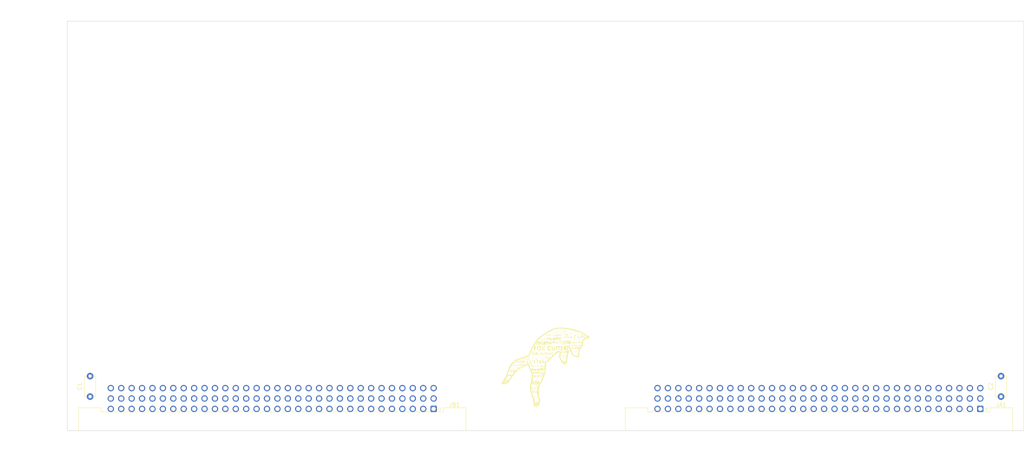
<source format=kicad_pcb>
(kicad_pcb (version 20211014) (generator pcbnew)
  (title_block (comment 1 "6U x 100mm Eurocard") (comment 2 "IEC 60603-2"))
  (layers (0 "F.Cu" signal) (31 "B.Cu" signal) (34 "B.Paste" user) (35 "F.Paste" user) (36 "B.SilkS" user "B.Silkscreen") (37 "F.SilkS" user "F.Silkscreen") (38 "B.Mask" user) (39 "F.Mask" user) (44 "Edge.Cuts" user))
  (net 0 "")
  (net 1 "VCC")
  (net 2 "GND")
  (net 3 "D0")
  (net 4 "D1")
  (net 5 "D2")
  (net 6 "D3")
  (net 7 "D4")
  (net 8 "D5")
  (net 9 "D6")
  (net 10 "D7")
  (net 11 "D8")
  (net 12 "D9")
  (net 13 "D10")
  (net 14 "D11")
  (net 15 "D12")
  (net 16 "D13")
  (net 17 "D14")
  (net 18 "D15")
  (net 19 "D16")
  (net 20 "D17")
  (net 21 "D18")
  (net 22 "D19")
  (net 23 "D20")
  (net 24 "D21")
  (net 25 "D22")
  (net 26 "D23")
  (net 27 "D24")
  (net 28 "D25")
  (net 29 "PCHK#")
  (net 30 "DP3")
  (net 31 "DP2")
  (net 32 "DP1")
  (net 33 "DP0")
  (net 34 "FLUSH#")
  (net 35 "AHOLD")
  (net 36 "EADS#")
  (net 37 "PWT")
  (net 38 "PCD")
  (net 39 "IRQ0")
  (net 40 "IRQ6")
  (net 41 "IRQ7")
  (net 42 "D26")
  (net 43 "D27")
  (net 44 "D28")
  (net 45 "D29")
  (net 46 "D30")
  (net 47 "D31")
  (net 48 "CLK")
  (net 49 "RESET")
  (net 50 "KEN#")
  (net 51 "BE0#")
  (net 52 "BE1#")
  (net 53 "BE2#")
  (net 54 "BE3#")
  (net 55 "BLE#")
  (net 56 "BHE#")
  (net 57 "INTA#")
  (net 58 "HALT#")
  (net 59 "IO_RD#")
  (net 60 "IO_WR#")
  (net 61 "MEM_RD#")
  (net 62 "MEM_WR#")
  (net 63 "MEM#")
  (net 64 "IO#")
  (net 65 "IRQ1")
  (net 66 "IRQ2")
  (net 67 "IRQ3")
  (net 68 "A0")
  (net 69 "A1")
  (net 70 "A2")
  (net 71 "A3")
  (net 72 "A4")
  (net 73 "A5")
  (net 74 "A6")
  (net 75 "A7")
  (net 76 "A8")
  (net 77 "A9")
  (net 78 "A10")
  (net 79 "A11")
  (net 80 "A12")
  (net 81 "A13")
  (net 82 "A14")
  (net 83 "A15")
  (net 84 "A16")
  (net 85 "A17")
  (net 86 "A18")
  (net 87 "A19")
  (net 88 "A20")
  (net 89 "A21")
  (net 90 "A22")
  (net 91 "A23")
  (net 92 "A24")
  (net 93 "A25")
  (net 94 "PWR_OK")
  (net 95 "TCK")
  (net 96 "TDI")
  (net 97 "TDO")
  (net 98 "TMS")
  (net 99 "SRESET")
  (net 100 "SMI#")
  (net 101 "SMIACT#")
  (net 102 "STPCLK#")
  (net 103 "UP#")
  (net 104 "INV")
  (net 105 "HITM#")
  (net 106 "CACHE#")
  (net 107 "WB{slash}WT#")
  (net 108 "A26")
  (net 109 "A27")
  (net 110 "A28")
  (net 111 "A29")
  (net 112 "A30")
  (net 113 "A31")
  (net 114 "M{slash}IO#")
  (net 115 "D{slash}C#")
  (net 116 "W{slash}R#")
  (net 117 "ADS#")
  (net 118 "ADS")
  (net 119 "BLAST#")
  (net 120 "LOCK#")
  (net 121 "PLOCK#")
  (net 122 "RDY#")
  (net 123 "BRDY#")
  (net 124 "INTR")
  (net 125 "NMI")
  (net 126 "HOLD")
  (net 127 "HLDA")
  (net 128 "BREQ")
  (net 129 "BOFF#")
  (net 130 "BS8#")
  (net 131 "BS16#")
  (net 132 "IRQ4")
  (net 133 "IRQ5")
  (net 134 "A_b14")
  (net 135 "A_b15")
  (net 136 "A_b16")
  (net 137 "A_b17")
  (net 138 "A_b18")
  (net 139 "A_b19")
  (net 140 "A_b20")
  (net 141 "A_b21")
  (net 142 "A_b23")
  (net 143 "A_b24")
  (net 144 "A_b25")
  (net 145 "A_b26")
  (net 146 "A_b27")
  (net 147 "A_b28")
  (net 148 "A_b29")
  (net 149 "A_b30")
  (net 150 "A_b31")
  (net 151 "B_b16")
  (net 152 "B_b17")
  (net 153 "B_b18")
  (net 154 "B_b19")
  (net 155 "B_b20")
  (net 156 "B_b22")
  (net 157 "B_b23")
  (net 158 "B_b24")
  (net 159 "B_b25")
  (net 160 "B_b26")
  (net 161 "B_b27")
  (net 162 "B_b28")
  (net 163 "B_b29")
  (net 164 "B_b30")
  (footprint "Connector_DIN:DIN41612_R_3x32_Male_Horizontal_THT" (layer "F.Cu") (at 116.37 144.7 180)
    (fp_text reference "JB1" (at -5.08 1) (layer "F.SilkS"))
    (fp_text value "DIN41612_03x32_ABC")
    (pad "" np_thru_hole circle (at -5.08 -2.54 180) (size 2.85 2.85) (drill 2.85) (layers *.Cu *.Mask))
    (pad "" np_thru_hole circle (at 83.82 -2.54 180) (size 2.85 2.85) (drill 2.85) (layers *.Cu *.Mask))
    (pad "a1" thru_hole roundrect (at 0 0 180) (size 1.55 1.55) (drill 1) (layers *.Cu *.Mask) (roundrect_rratio 0.16129) (net 2 "GND"))
    (pad "a2" thru_hole circle (at 2.54 0 180) (size 1.55 1.55) (drill 1) (layers *.Cu *.Mask) (net 3 "D0"))
    (pad "a3" thru_hole circle (at 5.08 0 180) (size 1.55 1.55) (drill 1) (layers *.Cu *.Mask) (net 4 "D1"))
    (pad "a4" thru_hole circle (at 7.62 0 180) (size 1.55 1.55) (drill 1) (layers *.Cu *.Mask) (net 5 "D2"))
    (pad "a5" thru_hole circle (at 10.16 0 180) (size 1.55 1.55) (drill 1) (layers *.Cu *.Mask) (net 6 "D3"))
    (pad "a6" thru_hole circle (at 12.7 0 180) (size 1.55 1.55) (drill 1) (layers *.Cu *.Mask) (net 7 "D4"))
    (pad "a7" thru_hole circle (at 15.24 0 180) (size 1.55 1.55) (drill 1) (layers *.Cu *.Mask) (net 8 "D5"))
    (pad "a8" thru_hole circle (at 17.78 0 180) (size 1.55 1.55) (drill 1) (layers *.Cu *.Mask) (net 9 "D6"))
    (pad "a9" thru_hole circle (at 20.32 0 180) (size 1.55 1.55) (drill 1) (layers *.Cu *.Mask) (net 10 "D7"))
    (pad "a10" thru_hole circle (at 22.86 0 180) (size 1.55 1.55) (drill 1) (layers *.Cu *.Mask) (net 11 "D8"))
    (pad "a11" thru_hole circle (at 25.4 0 180) (size 1.55 1.55) (drill 1) (layers *.Cu *.Mask) (net 2 "GND"))
    (pad "a12" thru_hole circle (at 27.94 0 180) (size 1.55 1.55) (drill 1) (layers *.Cu *.Mask) (net 12 "D9"))
    (pad "a13" thru_hole circle (at 30.48 0 180) (size 1.55 1.55) (drill 1) (layers *.Cu *.Mask) (net 13 "D10"))
    (pad "a14" thru_hole circle (at 33.02 0 180) (size 1.55 1.55) (drill 1) (layers *.Cu *.Mask) (net 14 "D11"))
    (pad "a15" thru_hole circle (at 35.56 0 180) (size 1.55 1.55) (drill 1) (layers *.Cu *.Mask) (net 15 "D12"))
    (pad "a16" thru_hole circle (at 38.1 0 180) (size 1.55 1.55) (drill 1) (layers *.Cu *.Mask) (net 16 "D13"))
    (pad "a17" thru_hole circle (at 40.64 0 180) (size 1.55 1.55) (drill 1) (layers *.Cu *.Mask) (net 17 "D14"))
    (pad "a18" thru_hole circle (at 43.18 0 180) (size 1.55 1.55) (drill 1) (layers *.Cu *.Mask) (net 18 "D15"))
    (pad "a19" thru_hole circle (at 45.72 0 180) (size 1.55 1.55) (drill 1) (layers *.Cu *.Mask) (net 19 "D16"))
    (pad "a20" thru_hole circle (at 48.26 0 180) (size 1.55 1.55) (drill 1) (layers *.Cu *.Mask) (net 20 "D17"))
    (pad "a21" thru_hole circle (at 50.8 0 180) (size 1.55 1.55) (drill 1) (layers *.Cu *.Mask) (net 2 "GND"))
    (pad "a22" thru_hole circle (at 53.34 0 180) (size 1.55 1.55) (drill 1) (layers *.Cu *.Mask) (net 21 "D18"))
    (pad "a23" thru_hole circle (at 55.88 0 180) (size 1.55 1.55) (drill 1) (layers *.Cu *.Mask) (net 22 "D19"))
    (pad "a24" thru_hole circle (at 58.42 0 180) (size 1.55 1.55) (drill 1) (layers *.Cu *.Mask) (net 23 "D20"))
    (pad "a25" thru_hole circle (at 60.96 0 180) (size 1.55 1.55) (drill 1) (layers *.Cu *.Mask) (net 24 "D21"))
    (pad "a26" thru_hole circle (at 63.5 0 180) (size 1.55 1.55) (drill 1) (layers *.Cu *.Mask) (net 25 "D22"))
    (pad "a27" thru_hole circle (at 66.04 0 180) (size 1.55 1.55) (drill 1) (layers *.Cu *.Mask) (net 26 "D23"))
    (pad "a28" thru_hole circle (at 68.58 0 180) (size 1.55 1.55) (drill 1) (layers *.Cu *.Mask) (net 27 "D24"))
    (pad "a29" thru_hole circle (at 71.12 0 180) (size 1.55 1.55) (drill 1) (layers *.Cu *.Mask) (net 28 "D25"))
    (pad "a30" thru_hole circle (at 73.66 0 180) (size 1.55 1.55) (drill 1) (layers *.Cu *.Mask) (net 42 "D26"))
    (pad "a31" thru_hole circle (at 76.2 0 180) (size 1.55 1.55) (drill 1) (layers *.Cu *.Mask) (net 2 "GND"))
    (pad "a32" thru_hole circle (at 78.74 0 180) (size 1.55 1.55) (drill 1) (layers *.Cu *.Mask) (net 1 "VCC"))
    (pad "b1" thru_hole circle (at 0 2.54 180) (size 1.55 1.55) (drill 1) (layers *.Cu *.Mask) (net 2 "GND"))
    (pad "b2" thru_hole circle (at 2.54 2.54 180) (size 1.55 1.55) (drill 1) (layers *.Cu *.Mask) (net 95 "TCK"))
    (pad "b3" thru_hole circle (at 5.08 2.54 180) (size 1.55 1.55) (drill 1) (layers *.Cu *.Mask) (net 96 "TDI"))
    (pad "b4" thru_hole circle (at 7.62 2.54 180) (size 1.55 1.55) (drill 1) (layers *.Cu *.Mask) (net 97 "TDO"))
    (pad "b5" thru_hole circle (at 10.16 2.54 180) (size 1.55 1.55) (drill 1) (layers *.Cu *.Mask) (net 98 "TMS"))
    (pad "b6" thru_hole circle (at 12.7 2.54 180) (size 1.55 1.55) (drill 1) (layers *.Cu *.Mask) (net 99 "SRESET"))
    (pad "b7" thru_hole circle (at 15.24 2.54 180) (size 1.55 1.55) (drill 1) (layers *.Cu *.Mask) (net 100 "SMI#"))
    (pad "b8" thru_hole circle (at 17.78 2.54 180) (size 1.55 1.55) (drill 1) (layers *.Cu *.Mask) (net 101 "SMIACT#"))
    (pad "b9" thru_hole circle (at 20.32 2.54 180) (size 1.55 1.55) (drill 1) (layers *.Cu *.Mask) (net 102 "STPCLK#"))
    (pad "b10" thru_hole circle (at 22.86 2.54 180) (size 1.55 1.55) (drill 1) (layers *.Cu *.Mask) (net 103 "UP#"))
    (pad "b11" thru_hole circle (at 25.4 2.54 180) (size 1.55 1.55) (drill 1) (layers *.Cu *.Mask) (net 2 "GND"))
    (pad "b12" thru_hole circle (at 27.94 2.54 180) (size 1.55 1.55) (drill 1) (layers *.Cu *.Mask) (net 104 "INV"))
    (pad "b13" thru_hole circle (at 30.48 2.54 180) (size 1.55 1.55) (drill 1) (layers *.Cu *.Mask) (net 105 "HITM#"))
    (pad "b14" thru_hole circle (at 33.02 2.54 180) (size 1.55 1.55) (drill 1) (layers *.Cu *.Mask) (net 106 "CACHE#"))
    (pad "b15" thru_hole circle (at 35.56 2.54 180) (size 1.55 1.55) (drill 1) (layers *.Cu *.Mask) (net 107 "WB{slash}WT#"))
    (pad "b16" thru_hole circle (at 38.1 2.54 180) (size 1.55 1.55) (drill 1) (layers *.Cu *.Mask) (net 151 "B_b16"))
    (pad "b17" thru_hole circle (at 40.64 2.54 180) (size 1.55 1.55) (drill 1) (layers *.Cu *.Mask) (net 152 "B_b17"))
    (pad "b18" thru_hole circle (at 43.18 2.54 180) (size 1.55 1.55) (drill 1) (layers *.Cu *.Mask) (net 153 "B_b18"))
    (pad "b19" thru_hole circle (at 45.72 2.54 180) (size 1.55 1.55) (drill 1) (layers *.Cu *.Mask) (net 154 "B_b19"))
    (pad "b20" thru_hole circle (at 48.26 2.54 180) (size 1.55 1.55) (drill 1) (layers *.Cu *.Mask) (net 155 "B_b20"))
    (pad "b21" thru_hole circle (at 50.8 2.54 180) (size 1.55 1.55) (drill 1) (layers *.Cu *.Mask) (net 2 "GND"))
    (pad "b22" thru_hole circle (at 53.34 2.54 180) (size 1.55 1.55) (drill 1) (layers *.Cu *.Mask) (net 156 "B_b22"))
    (pad "b23" thru_hole circle (at 55.88 2.54 180) (size 1.55 1.55) (drill 1) (layers *.Cu *.Mask) (net 157 "B_b23"))
    (pad "b24" thru_hole circle (at 58.42 2.54 180) (size 1.55 1.55) (drill 1) (layers *.Cu *.Mask) (net 158 "B_b24"))
    (pad "b25" thru_hole circle (at 60.96 2.54 180) (size 1.55 1.55) (drill 1) (layers *.Cu *.Mask) (net 159 "B_b25"))
    (pad "b26" thru_hole circle (at 63.5 2.54 180) (size 1.55 1.55) (drill 1) (layers *.Cu *.Mask) (net 160 "B_b26"))
    (pad "b27" thru_hole circle (at 66.04 2.54 180) (size 1.55 1.55) (drill 1) (layers *.Cu *.Mask) (net 161 "B_b27"))
    (pad "b28" thru_hole circle (at 68.58 2.54 180) (size 1.55 1.55) (drill 1) (layers *.Cu *.Mask) (net 162 "B_b28"))
    (pad "b29" thru_hole circle (at 71.12 2.54 180) (size 1.55 1.55) (drill 1) (layers *.Cu *.Mask) (net 163 "B_b29"))
    (pad "b30" thru_hole circle (at 73.66 2.54 180) (size 1.55 1.55) (drill 1) (layers *.Cu *.Mask) (net 164 "B_b30"))
    (pad "b31" thru_hole circle (at 76.2 2.54 180) (size 1.55 1.55) (drill 1) (layers *.Cu *.Mask) (net 2 "GND"))
    (pad "b32" thru_hole circle (at 78.74 2.54 180) (size 1.55 1.55) (drill 1) (layers *.Cu *.Mask) (net 1 "VCC"))
    (pad "c1" thru_hole circle (at 0 5.08 180) (size 1.55 1.55) (drill 1) (layers *.Cu *.Mask) (net 2 "GND"))
    (pad "c2" thru_hole circle (at 2.54 5.08 180) (size 1.55 1.55) (drill 1) (layers *.Cu *.Mask) (net 43 "D27"))
    (pad "c3" thru_hole circle (at 5.08 5.08 180) (size 1.55 1.55) (drill 1) (layers *.Cu *.Mask) (net 44 "D28"))
    (pad "c4" thru_hole circle (at 7.62 5.08 180) (size 1.55 1.55) (drill 1) (layers *.Cu *.Mask) (net 45 "D29"))
    (pad "c5" thru_hole circle (at 10.16 5.08 180) (size 1.55 1.55) (drill 1) (layers *.Cu *.Mask) (net 46 "D30"))
    (pad "c6" thru_hole circle (at 12.7 5.08 180) (size 1.55 1.55) (drill 1) (layers *.Cu *.Mask) (net 47 "D31"))
    (pad "c7" thru_hole circle (at 15.24 5.08 180) (size 1.55 1.55) (drill 1) (layers *.Cu *.Mask) (net 48 "CLK"))
    (pad "c8" thru_hole circle (at 17.78 5.08 180) (size 1.55 1.55) (drill 1) (layers *.Cu *.Mask) (net 49 "RESET"))
    (pad "c9" thru_hole circle (at 20.32 5.08 180) (size 1.55 1.55) (drill 1) (layers *.Cu *.Mask) (net 50 "KEN#"))
    (pad "c10" thru_hole circle (at 22.86 5.08 180) (size 1.55 1.55) (drill 1) (layers *.Cu *.Mask) (net 126 "HOLD"))
    (pad "c11" thru_hole circle (at 25.4 5.08 180) (size 1.55 1.55) (drill 1) (layers *.Cu *.Mask) (net 2 "GND"))
    (pad "c12" thru_hole circle (at 27.94 5.08 180) (size 1.55 1.55) (drill 1) (layers *.Cu *.Mask) (net 127 "HLDA"))
    (pad "c13" thru_hole circle (at 30.48 5.08 180) (size 1.55 1.55) (drill 1) (layers *.Cu *.Mask) (net 51 "BE0#"))
    (pad "c14" thru_hole circle (at 33.02 5.08 180) (size 1.55 1.55) (drill 1) (layers *.Cu *.Mask) (net 52 "BE1#"))
    (pad "c15" thru_hole circle (at 35.56 5.08 180) (size 1.55 1.55) (drill 1) (layers *.Cu *.Mask) (net 53 "BE2#"))
    (pad "c16" thru_hole circle (at 38.1 5.08 180) (size 1.55 1.55) (drill 1) (layers *.Cu *.Mask) (net 54 "BE3#"))
    (pad "c17" thru_hole circle (at 40.64 5.08 180) (size 1.55 1.55) (drill 1) (layers *.Cu *.Mask) (net 55 "BLE#"))
    (pad "c18" thru_hole circle (at 43.18 5.08 180) (size 1.55 1.55) (drill 1) (layers *.Cu *.Mask) (net 56 "BHE#"))
    (pad "c19" thru_hole circle (at 45.72 5.08 180) (size 1.55 1.55) (drill 1) (layers *.Cu *.Mask) (net 130 "BS8#"))
    (pad "c20" thru_hole circle (at 48.26 5.08 180) (size 1.55 1.55) (drill 1) (layers *.Cu *.Mask) (net 131 "BS16#"))
    (pad "c21" thru_hole circle (at 50.8 5.08 180) (size 1.55 1.55) (drill 1) (layers *.Cu *.Mask) (net 2 "GND"))
    (pad "c22" thru_hole circle (at 53.34 5.08 180) (size 1.55 1.55) (drill 1) (layers *.Cu *.Mask) (net 57 "INTA#"))
    (pad "c23" thru_hole circle (at 55.88 5.08 180) (size 1.55 1.55) (drill 1) (layers *.Cu *.Mask) (net 58 "HALT#"))
    (pad "c24" thru_hole circle (at 58.42 5.08 180) (size 1.55 1.55) (drill 1) (layers *.Cu *.Mask) (net 59 "IO_RD#"))
    (pad "c25" thru_hole circle (at 60.96 5.08 180) (size 1.55 1.55) (drill 1) (layers *.Cu *.Mask) (net 60 "IO_WR#"))
    (pad "c26" thru_hole circle (at 63.5 5.08 180) (size 1.55 1.55) (drill 1) (layers *.Cu *.Mask) (net 61 "MEM_RD#"))
    (pad "c27" thru_hole circle (at 66.04 5.08 180) (size 1.55 1.55) (drill 1) (layers *.Cu *.Mask) (net 62 "MEM_WR#"))
    (pad "c28" thru_hole circle (at 68.58 5.08 180) (size 1.55 1.55) (drill 1) (layers *.Cu *.Mask) (net 63 "MEM#"))
    (pad "c29" thru_hole circle (at 71.12 5.08 180) (size 1.55 1.55) (drill 1) (layers *.Cu *.Mask) (net 64 "IO#"))
    (pad "c30" thru_hole circle (at 73.66 5.08 180) (size 1.55 1.55) (drill 1) (layers *.Cu *.Mask) (net 94 "PWR_OK"))
    (pad "c31" thru_hole circle (at 76.2 5.08 180) (size 1.55 1.55) (drill 1) (layers *.Cu *.Mask) (net 2 "GND"))
    (pad "c32" thru_hole circle (at 78.74 5.08 180) (size 1.55 1.55) (drill 1) (layers *.Cu *.Mask) (net 1 "VCC"))
  )
  (footprint "MountingHole:MountingHole_2.7mm_M2.5_ISO7380" (layer "F.Cu") (at 165.9 53.57)
    (fp_text reference "REF3" hide)
    (fp_text value "MountingHole_2.7mm_M2.5_ISO7380" hide)
    (pad "" np_thru_hole circle (at 0 0) (size 2.7 2.7) (drill 2.7) (layers *.Cu *.Mask))
  )
  (footprint "Connector_DIN:DIN41612_R_3x32_Male_Horizontal_THT" (layer "F.Cu") (at 249.72 144.7 180)
    (fp_text reference "JA1" (at -5.08 1) (layer "F.SilkS"))
    (fp_text value "DIN41612_03x32_ABC")
    (pad "" np_thru_hole circle (at -5.08 -2.54 180) (size 2.85 2.85) (drill 2.85) (layers *.Cu *.Mask))
    (pad "" np_thru_hole circle (at 83.82 -2.54 180) (size 2.85 2.85) (drill 2.85) (layers *.Cu *.Mask))
    (pad "a1" thru_hole roundrect (at 0 0 180) (size 1.55 1.55) (drill 1) (layers *.Cu *.Mask) (roundrect_rratio 0.16129) (net 1 "VCC"))
    (pad "a2" thru_hole circle (at 2.54 0 180) (size 1.55 1.55) (drill 1) (layers *.Cu *.Mask) (net 2 "GND"))
    (pad "a3" thru_hole circle (at 5.08 0 180) (size 1.55 1.55) (drill 1) (layers *.Cu *.Mask) (net 68 "A0"))
    (pad "a4" thru_hole circle (at 7.62 0 180) (size 1.55 1.55) (drill 1) (layers *.Cu *.Mask) (net 69 "A1"))
    (pad "a5" thru_hole circle (at 10.16 0 180) (size 1.55 1.55) (drill 1) (layers *.Cu *.Mask) (net 70 "A2"))
    (pad "a6" thru_hole circle (at 12.7 0 180) (size 1.55 1.55) (drill 1) (layers *.Cu *.Mask) (net 71 "A3"))
    (pad "a7" thru_hole circle (at 15.24 0 180) (size 1.55 1.55) (drill 1) (layers *.Cu *.Mask) (net 72 "A4"))
    (pad "a8" thru_hole circle (at 17.78 0 180) (size 1.55 1.55) (drill 1) (layers *.Cu *.Mask) (net 73 "A5"))
    (pad "a9" thru_hole circle (at 20.32 0 180) (size 1.55 1.55) (drill 1) (layers *.Cu *.Mask) (net 74 "A6"))
    (pad "a10" thru_hole circle (at 22.86 0 180) (size 1.55 1.55) (drill 1) (layers *.Cu *.Mask) (net 75 "A7"))
    (pad "a11" thru_hole circle (at 25.4 0 180) (size 1.55 1.55) (drill 1) (layers *.Cu *.Mask) (net 76 "A8"))
    (pad "a12" thru_hole circle (at 27.94 0 180) (size 1.55 1.55) (drill 1) (layers *.Cu *.Mask) (net 2 "GND"))
    (pad "a13" thru_hole circle (at 30.48 0 180) (size 1.55 1.55) (drill 1) (layers *.Cu *.Mask) (net 77 "A9"))
    (pad "a14" thru_hole circle (at 33.02 0 180) (size 1.55 1.55) (drill 1) (layers *.Cu *.Mask) (net 78 "A10"))
    (pad "a15" thru_hole circle (at 35.56 0 180) (size 1.55 1.55) (drill 1) (layers *.Cu *.Mask) (net 79 "A11"))
    (pad "a16" thru_hole circle (at 38.1 0 180) (size 1.55 1.55) (drill 1) (layers *.Cu *.Mask) (net 80 "A12"))
    (pad "a17" thru_hole circle (at 40.64 0 180) (size 1.55 1.55) (drill 1) (layers *.Cu *.Mask) (net 81 "A13"))
    (pad "a18" thru_hole circle (at 43.18 0 180) (size 1.55 1.55) (drill 1) (layers *.Cu *.Mask) (net 82 "A14"))
    (pad "a19" thru_hole circle (at 45.72 0 180) (size 1.55 1.55) (drill 1) (layers *.Cu *.Mask) (net 83 "A15"))
    (pad "a20" thru_hole circle (at 48.26 0 180) (size 1.55 1.55) (drill 1) (layers *.Cu *.Mask) (net 84 "A16"))
    (pad "a21" thru_hole circle (at 50.8 0 180) (size 1.55 1.55) (drill 1) (layers *.Cu *.Mask) (net 85 "A17"))
    (pad "a22" thru_hole circle (at 53.34 0 180) (size 1.55 1.55) (drill 1) (layers *.Cu *.Mask) (net 2 "GND"))
    (pad "a23" thru_hole circle (at 55.88 0 180) (size 1.55 1.55) (drill 1) (layers *.Cu *.Mask) (net 86 "A18"))
    (pad "a24" thru_hole circle (at 58.42 0 180) (size 1.55 1.55) (drill 1) (layers *.Cu *.Mask) (net 87 "A19"))
    (pad "a25" thru_hole circle (at 60.96 0 180) (size 1.55 1.55) (drill 1) (layers *.Cu *.Mask) (net 88 "A20"))
    (pad "a26" thru_hole circle (at 63.5 0 180) (size 1.55 1.55) (drill 1) (layers *.Cu *.Mask) (net 89 "A21"))
    (pad "a27" thru_hole circle (at 66.04 0 180) (size 1.55 1.55) (drill 1) (layers *.Cu *.Mask) (net 90 "A22"))
    (pad "a28" thru_hole circle (at 68.58 0 180) (size 1.55 1.55) (drill 1) (layers *.Cu *.Mask) (net 91 "A23"))
    (pad "a29" thru_hole circle (at 71.12 0 180) (size 1.55 1.55) (drill 1) (layers *.Cu *.Mask) (net 92 "A24"))
    (pad "a30" thru_hole circle (at 73.66 0 180) (size 1.55 1.55) (drill 1) (layers *.Cu *.Mask) (net 93 "A25"))
    (pad "a31" thru_hole circle (at 76.2 0 180) (size 1.55 1.55) (drill 1) (layers *.Cu *.Mask) (net 108 "A26"))
    (pad "a32" thru_hole circle (at 78.74 0 180) (size 1.55 1.55) (drill 1) (layers *.Cu *.Mask) (net 2 "GND"))
    (pad "b1" thru_hole circle (at 0 2.54 180) (size 1.55 1.55) (drill 1) (layers *.Cu *.Mask) (net 1 "VCC"))
    (pad "b2" thru_hole circle (at 2.54 2.54 180) (size 1.55 1.55) (drill 1) (layers *.Cu *.Mask) (net 2 "GND"))
    (pad "b3" thru_hole circle (at 5.08 2.54 180) (size 1.55 1.55) (drill 1) (layers *.Cu *.Mask) (net 33 "DP0"))
    (pad "b4" thru_hole circle (at 7.62 2.54 180) (size 1.55 1.55) (drill 1) (layers *.Cu *.Mask) (net 32 "DP1"))
    (pad "b5" thru_hole circle (at 10.16 2.54 180) (size 1.55 1.55) (drill 1) (layers *.Cu *.Mask) (net 31 "DP2"))
    (pad "b6" thru_hole circle (at 12.7 2.54 180) (size 1.55 1.55) (drill 1) (layers *.Cu *.Mask) (net 30 "DP3"))
    (pad "b7" thru_hole circle (at 15.24 2.54 180) (size 1.55 1.55) (drill 1) (layers *.Cu *.Mask) (net 29 "PCHK#"))
    (pad "b8" thru_hole circle (at 17.78 2.54 180) (size 1.55 1.55) (drill 1) (layers *.Cu *.Mask) (net 34 "FLUSH#"))
    (pad "b9" thru_hole circle (at 20.32 2.54 180) (size 1.55 1.55) (drill 1) (layers *.Cu *.Mask) (net 35 "AHOLD"))
    (pad "b10" thru_hole circle (at 22.86 2.54 180) (size 1.55 1.55) (drill 1) (layers *.Cu *.Mask) (net 36 "EADS#"))
    (pad "b11" thru_hole circle (at 25.4 2.54 180) (size 1.55 1.55) (drill 1) (layers *.Cu *.Mask) (net 37 "PWT"))
    (pad "b12" thru_hole circle (at 27.94 2.54 180) (size 1.55 1.55) (drill 1) (layers *.Cu *.Mask) (net 2 "GND"))
    (pad "b13" thru_hole circle (at 30.48 2.54 180) (size 1.55 1.55) (drill 1) (layers *.Cu *.Mask) (net 38 "PCD"))
    (pad "b14" thru_hole circle (at 33.02 2.54 180) (size 1.55 1.55) (drill 1) (layers *.Cu *.Mask) (net 134 "A_b14"))
    (pad "b15" thru_hole circle (at 35.56 2.54 180) (size 1.55 1.55) (drill 1) (layers *.Cu *.Mask) (net 135 "A_b15"))
    (pad "b16" thru_hole circle (at 38.1 2.54 180) (size 1.55 1.55) (drill 1) (layers *.Cu *.Mask) (net 136 "A_b16"))
    (pad "b17" thru_hole circle (at 40.64 2.54 180) (size 1.55 1.55) (drill 1) (layers *.Cu *.Mask) (net 137 "A_b17"))
    (pad "b18" thru_hole circle (at 43.18 2.54 180) (size 1.55 1.55) (drill 1) (layers *.Cu *.Mask) (net 138 "A_b18"))
    (pad "b19" thru_hole circle (at 45.72 2.54 180) (size 1.55 1.55) (drill 1) (layers *.Cu *.Mask) (net 139 "A_b19"))
    (pad "b20" thru_hole circle (at 48.26 2.54 180) (size 1.55 1.55) (drill 1) (layers *.Cu *.Mask) (net 140 "A_b20"))
    (pad "b21" thru_hole circle (at 50.8 2.54 180) (size 1.55 1.55) (drill 1) (layers *.Cu *.Mask) (net 141 "A_b21"))
    (pad "b22" thru_hole circle (at 53.34 2.54 180) (size 1.55 1.55) (drill 1) (layers *.Cu *.Mask) (net 2 "GND"))
    (pad "b23" thru_hole circle (at 55.88 2.54 180) (size 1.55 1.55) (drill 1) (layers *.Cu *.Mask) (net 142 "A_b23"))
    (pad "b24" thru_hole circle (at 58.42 2.54 180) (size 1.55 1.55) (drill 1) (layers *.Cu *.Mask) (net 143 "A_b24"))
    (pad "b25" thru_hole circle (at 60.96 2.54 180) (size 1.55 1.55) (drill 1) (layers *.Cu *.Mask) (net 144 "A_b25"))
    (pad "b26" thru_hole circle (at 63.5 2.54 180) (size 1.55 1.55) (drill 1) (layers *.Cu *.Mask) (net 145 "A_b26"))
    (pad "b27" thru_hole circle (at 66.04 2.54 180) (size 1.55 1.55) (drill 1) (layers *.Cu *.Mask) (net 146 "A_b27"))
    (pad "b28" thru_hole circle (at 68.58 2.54 180) (size 1.55 1.55) (drill 1) (layers *.Cu *.Mask) (net 147 "A_b28"))
    (pad "b29" thru_hole circle (at 71.12 2.54 180) (size 1.55 1.55) (drill 1) (layers *.Cu *.Mask) (net 148 "A_b29"))
    (pad "b30" thru_hole circle (at 73.66 2.54 180) (size 1.55 1.55) (drill 1) (layers *.Cu *.Mask) (net 149 "A_b30"))
    (pad "b31" thru_hole circle (at 76.2 2.54 180) (size 1.55 1.55) (drill 1) (layers *.Cu *.Mask) (net 150 "A_b31"))
    (pad "b32" thru_hole circle (at 78.74 2.54 180) (size 1.55 1.55) (drill 1) (layers *.Cu *.Mask) (net 2 "GND"))
    (pad "c1" thru_hole circle (at 0 5.08 180) (size 1.55 1.55) (drill 1) (layers *.Cu *.Mask) (net 1 "VCC"))
    (pad "c2" thru_hole circle (at 2.54 5.08 180) (size 1.55 1.55) (drill 1) (layers *.Cu *.Mask) (net 2 "GND"))
    (pad "c3" thru_hole circle (at 5.08 5.08 180) (size 1.55 1.55) (drill 1) (layers *.Cu *.Mask) (net 109 "A27"))
    (pad "c4" thru_hole circle (at 7.62 5.08 180) (size 1.55 1.55) (drill 1) (layers *.Cu *.Mask) (net 110 "A28"))
    (pad "c5" thru_hole circle (at 10.16 5.08 180) (size 1.55 1.55) (drill 1) (layers *.Cu *.Mask) (net 111 "A29"))
    (pad "c6" thru_hole circle (at 12.7 5.08 180) (size 1.55 1.55) (drill 1) (layers *.Cu *.Mask) (net 112 "A30"))
    (pad "c7" thru_hole circle (at 15.24 5.08 180) (size 1.55 1.55) (drill 1) (layers *.Cu *.Mask) (net 113 "A31"))
    (pad "c8" thru_hole circle (at 17.78 5.08 180) (size 1.55 1.55) (drill 1) (layers *.Cu *.Mask) (net 114 "M{slash}IO#"))
    (pad "c9" thru_hole circle (at 20.32 5.08 180) (size 1.55 1.55) (drill 1) (layers *.Cu *.Mask) (net 115 "D{slash}C#"))
    (pad "c10" thru_hole circle (at 22.86 5.08 180) (size 1.55 1.55) (drill 1) (layers *.Cu *.Mask) (net 116 "W{slash}R#"))
    (pad "c11" thru_hole circle (at 25.4 5.08 180) (size 1.55 1.55) (drill 1) (layers *.Cu *.Mask) (net 128 "BREQ"))
    (pad "c12" thru_hole circle (at 27.94 5.08 180) (size 1.55 1.55) (drill 1) (layers *.Cu *.Mask) (net 2 "GND"))
    (pad "c13" thru_hole circle (at 30.48 5.08 180) (size 1.55 1.55) (drill 1) (layers *.Cu *.Mask) (net 117 "ADS#"))
    (pad "c14" thru_hole circle (at 33.02 5.08 180) (size 1.55 1.55) (drill 1) (layers *.Cu *.Mask) (net 118 "ADS"))
    (pad "c15" thru_hole circle (at 35.56 5.08 180) (size 1.55 1.55) (drill 1) (layers *.Cu *.Mask) (net 119 "BLAST#"))
    (pad "c16" thru_hole circle (at 38.1 5.08 180) (size 1.55 1.55) (drill 1) (layers *.Cu *.Mask) (net 120 "LOCK#"))
    (pad "c17" thru_hole circle (at 40.64 5.08 180) (size 1.55 1.55) (drill 1) (layers *.Cu *.Mask) (net 121 "PLOCK#"))
    (pad "c18" thru_hole circle (at 43.18 5.08 180) (size 1.55 1.55) (drill 1) (layers *.Cu *.Mask) (net 122 "RDY#"))
    (pad "c19" thru_hole circle (at 45.72 5.08 180) (size 1.55 1.55) (drill 1) (layers *.Cu *.Mask) (net 123 "BRDY#"))
    (pad "c20" thru_hole circle (at 48.26 5.08 180) (size 1.55 1.55) (drill 1) (layers *.Cu *.Mask) (net 124 "INTR"))
    (pad "c21" thru_hole circle (at 50.8 5.08 180) (size 1.55 1.55) (drill 1) (layers *.Cu *.Mask) (net 125 "NMI"))
    (pad "c22" thru_hole circle (at 53.34 5.08 180) (size 1.55 1.55) (drill 1) (layers *.Cu *.Mask) (net 2 "GND"))
    (pad "c23" thru_hole circle (at 55.88 5.08 180) (size 1.55 1.55) (drill 1) (layers *.Cu *.Mask) (net 129 "BOFF#"))
    (pad "c24" thru_hole circle (at 58.42 5.08 180) (size 1.55 1.55) (drill 1) (layers *.Cu *.Mask) (net 39 "IRQ0"))
    (pad "c25" thru_hole circle (at 60.96 5.08 180) (size 1.55 1.55) (drill 1) (layers *.Cu *.Mask) (net 65 "IRQ1"))
    (pad "c26" thru_hole circle (at 63.5 5.08 180) (size 1.55 1.55) (drill 1) (layers *.Cu *.Mask) (net 66 "IRQ2"))
    (pad "c27" thru_hole circle (at 66.04 5.08 180) (size 1.55 1.55) (drill 1) (layers *.Cu *.Mask) (net 67 "IRQ3"))
    (pad "c28" thru_hole circle (at 68.58 5.08 180) (size 1.55 1.55) (drill 1) (layers *.Cu *.Mask) (net 132 "IRQ4"))
    (pad "c29" thru_hole circle (at 71.12 5.08 180) (size 1.55 1.55) (drill 1) (layers *.Cu *.Mask) (net 133 "IRQ5"))
    (pad "c30" thru_hole circle (at 73.66 5.08 180) (size 1.55 1.55) (drill 1) (layers *.Cu *.Mask) (net 40 "IRQ6"))
    (pad "c31" thru_hole circle (at 76.2 5.08 180) (size 1.55 1.55) (drill 1) (layers *.Cu *.Mask) (net 41 "IRQ7"))
    (pad "c32" thru_hole circle (at 78.74 5.08 180) (size 1.55 1.55) (drill 1) (layers *.Cu *.Mask) (net 2 "GND"))
  )
  (footprint "MountingHole:MountingHole_2.7mm_M2.5_ISO7380" (layer "F.Cu") (at 32.55 53.57)
    (fp_text reference "REF1" hide)
    (fp_text value "MountingHole_2.7mm_M2.5_ISO7380" hide)
    (pad "" np_thru_hole circle locked (at 0 0) (size 2.7 2.7) (drill 2.7) (layers *.Cu *.Mask))
  )
  (footprint "MountingHole:MountingHole_2.7mm_M2.5_ISO7380" (layer "F.Cu") (at 254.8 53.57)
    (fp_text reference "REF4" hide)
    (fp_text value "MountingHole_2.7mm_M2.5_ISO7380" hide)
    (pad "" np_thru_hole circle (at 0 0) (size 2.7 2.7) (drill 2.7) (layers *.Cu *.Mask))
  )
  (footprint "MountingHole:MountingHole_2.7mm_M2.5_ISO7380" (layer "F.Cu") (at 121.45 53.57)
    (fp_text reference "REF2" hide)
    (fp_text value "MountingHole_2.7mm_M2.5_ISO7380" hide)
    (pad "" np_thru_hole circle (at 0 0) (size 2.7 2.7) (drill 2.7) (layers *.Cu *.Mask))
  )
  (footprint "Capacitor_THT:C_Disc_D4.7mm_W2.5mm_P5.00mm" (layer "F.Cu") (at 254.78 141.69 90)
    (fp_text reference "C2" (at 2.5 -2.5 90) (layer "F.SilkS"))
    (fp_text value "1uf")
    (pad "1" thru_hole circle (at 0 0 90) (size 1.6 1.6) (drill 0.8) (layers *.Cu *.Mask) (net 1 "VCC"))
    (pad "2" thru_hole circle (at 5 0 90) (size 1.6 1.6) (drill 0.8) (layers *.Cu *.Mask) (net 2 "GND"))
  )
  (footprint "Capacitor_THT:C_Disc_D4.7mm_W2.5mm_P5.00mm" (layer "F.Cu") (at 32.57 141.69 90)
    (fp_text reference "C1" (at 2.5 -2.5 90) (layer "F.SilkS"))
    (fp_text value "1uf")
    (pad "1" thru_hole circle (at 0 0 90) (size 1.6 1.6) (drill 0.8) (layers *.Cu *.Mask) (net 1 "VCC"))
    (pad "2" thru_hole circle (at 5 0 90) (size 1.6 1.6) (drill 0.8) (layers *.Cu *.Mask) (net 2 "GND"))
  )
  (footprint "Private Lib:Fox Logo" (layer "F.Cu") (at 143.745 134.87)
    (fp_text reference "G***" hide)
    (fp_text value "LOGO" hide)
  )
  (gr_rect (start 27 50) (end 260.35 150) (layer "Edge.Cuts") (width 0.1) (fill none))
)
</source>
